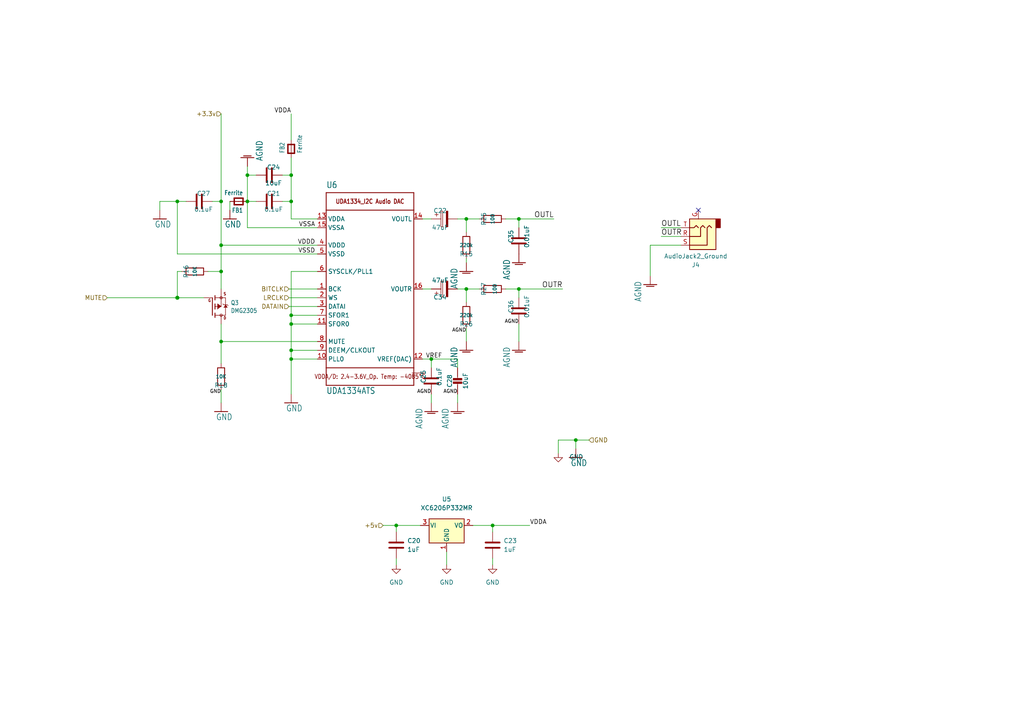
<source format=kicad_sch>
(kicad_sch (version 20210621) (generator eeschema)
  (paper "A4")
  (lib_symbols
    (symbol "Adafruit I2S Audio UDA1334 Bonnet-eagle-import:AGND" (power)
      (property "Value" "AGND" (at -2.54 -5.08 90))
      (symbol "AGND_1_0"
        (polyline (pts (xy -1.905 0) (xy 1.905 0)) (stroke (width 0.254)))
        (polyline (pts (xy -1.0922 -0.508) (xy 1.0922 -0.508)) (stroke (width 0.254)))
        (pin power_in line (at 0 2.54 270) (length 2.54) (name "AGND") (number "1"))
      )
    )
    (symbol "Adafruit I2S Audio UDA1334 Bonnet-eagle-import:AUDIO_I2S_UDA1334__"
      (property "Reference" "U" (at -12.7 29.21 0))
      (property "Value" "AUDIO_I2S_UDA1334__" (at -12.7 -30.48 0))
      (symbol "AUDIO_I2S_UDA1334___1_0"
        (text "UDA1334_I2C Audio DAC" (at 0 25.4 0) (effects (font (size 1.27 1.0795) (thickness 0.2159) bold)))
        (text "VDDA/D: 2.4-3.6V_Op. Temp: -40~{85°C}" (at 0 -25.4 0) (effects (font (size 1.27 1.0795))))
        (polyline (pts (xy -12.7 -27.94) (xy 12.7 -27.94)) (stroke (width 0.254)))
        (polyline (pts (xy -12.7 -22.86) (xy -12.7 -27.94)) (stroke (width 0.254)))
        (polyline (pts (xy -12.7 -22.86) (xy -12.7 22.86)) (stroke (width 0.254)))
        (polyline (pts (xy -12.7 22.86) (xy -12.7 27.94)) (stroke (width 0.254)))
        (polyline (pts (xy -12.7 22.86) (xy 12.7 22.86)) (stroke (width 0.254)))
        (polyline (pts (xy -12.7 27.94) (xy 12.7 27.94)) (stroke (width 0.254)))
        (polyline (pts (xy 12.7 -27.94) (xy 12.7 -22.86)) (stroke (width 0.254)))
        (polyline (pts (xy 12.7 -22.86) (xy -12.7 -22.86)) (stroke (width 0.254)))
        (polyline (pts (xy 12.7 22.86) (xy 12.7 -22.86)) (stroke (width 0.254)))
        (polyline (pts (xy 12.7 27.94) (xy 12.7 22.86)) (stroke (width 0.254)))
        (pin input line (at -15.24 0 0) (length 2.54) (name "BCK") (number "1"))
        (pin input line (at -15.24 -20.32 0) (length 2.54) (name "PLL0") (number "10"))
        (pin input line (at -15.24 -10.16 0) (length 2.54) (name "SFOR0") (number "11"))
        (pin output line (at 15.24 -20.32 180) (length 2.54) (name "VREF(DAC)") (number "12"))
        (pin power_in line (at -15.24 20.32 0) (length 2.54) (name "VDDA") (number "13"))
        (pin output line (at 15.24 20.32 180) (length 2.54) (name "VOUTL") (number "14"))
        (pin power_in line (at -15.24 17.78 0) (length 2.54) (name "VSSA") (number "15"))
        (pin output line (at 15.24 0 180) (length 2.54) (name "VOUTR") (number "16"))
        (pin input line (at -15.24 -2.54 0) (length 2.54) (name "WS") (number "2"))
        (pin input line (at -15.24 -5.08 0) (length 2.54) (name "DATAI") (number "3"))
        (pin power_in line (at -15.24 12.7 0) (length 2.54) (name "VDDD") (number "4"))
        (pin power_in line (at -15.24 10.16 0) (length 2.54) (name "VSSD") (number "5"))
        (pin input line (at -15.24 5.08 0) (length 2.54) (name "SYSCLK/PLL1") (number "6"))
        (pin input line (at -15.24 -7.62 0) (length 2.54) (name "SFOR1") (number "7"))
        (pin input line (at -15.24 -15.24 0) (length 2.54) (name "MUTE") (number "8"))
        (pin bidirectional line (at -15.24 -17.78 0) (length 2.54) (name "DEEM/CLKOUT") (number "9"))
      )
    )
    (symbol "Adafruit I2S Audio UDA1334 Bonnet-eagle-import:CAP_CERAMIC0805-NOOUTLINE"
      (property "Reference" "C" (at -2.29 1.25 90))
      (property "Value" "CAP_CERAMIC0805-NOOUTLINE" (at 2.3 1.25 90))
      (symbol "CAP_CERAMIC0805-NOOUTLINE_1_0"
        (rectangle (start -1.27 0.508) (end 1.27 1.016) (fill (type outline)))
        (rectangle (start -1.27 1.524) (end 1.27 2.032) (fill (type outline)))
        (polyline (pts (xy 0 0.762) (xy 0 0)) (stroke (width 0.1524)))
        (polyline (pts (xy 0 2.54) (xy 0 1.778)) (stroke (width 0.1524)))
        (pin passive line (at 0 5.08 270) (length 2.54) (name "1") (number "1"))
        (pin passive line (at 0 -2.54 90) (length 2.54) (name "2") (number "2"))
      )
    )
    (symbol "Adafruit I2S Audio UDA1334 Bonnet-eagle-import:FERRITE0805"
      (property "Reference" "FB" (at -1.27 1.905 0))
      (property "Value" "FERRITE0805" (at -1.27 -3.175 0))
      (symbol "FERRITE0805_1_0"
        (polyline (pts (xy -1.27 -0.9525) (xy -1.27 0.9525)) (stroke (width 0.4064)))
        (polyline (pts (xy -1.27 0.9525) (xy 1.27 0.9525)) (stroke (width 0.4064)))
        (polyline (pts (xy 1.27 -0.9525) (xy -1.27 -0.9525)) (stroke (width 0.4064)))
        (polyline (pts (xy 1.27 0.9525) (xy 1.27 -0.9525)) (stroke (width 0.4064)))
        (pin passive line (at -2.54 0 0) (length 2.54) (name "P$1") (number "1"))
        (pin passive line (at 2.54 0 180) (length 2.54) (name "P$2") (number "2"))
      )
    )
    (symbol "Adafruit I2S Audio UDA1334 Bonnet-eagle-import:GND" (power)
      (property "Value" "GND" (at -2.54 -2.54 0))
      (symbol "GND_1_0"
        (polyline (pts (xy -1.905 0) (xy 1.905 0)) (stroke (width 0.254)))
        (pin power_in line (at 0 2.54 270) (length 2.54) (name "GND") (number "1"))
      )
    )
    (symbol "Adafruit I2S Audio UDA1334 Bonnet-eagle-import:MOSFET-PWIDE"
      (property "Reference" "Q" (at 2.794 0.381 0))
      (property "Value" "MOSFET-PWIDE" (at 2.794 -1.905 0))
      (symbol "MOSFET-PWIDE_1_0"
        (circle (center 0 -2.54) (radius 0.3592))
        (circle (center 0 2.54) (radius 0.3592))
        (text "D" (at 0.635 -3.81 0) (effects (font (size 0.8128 0.6908)) (justify left bottom)))
        (text "G" (at -3.81 1.27 0) (effects (font (size 0.8128 0.6908)) (justify left bottom)))
        (text "S" (at 0.635 3.175 0) (effects (font (size 0.8128 0.6908)) (justify left bottom)))
        (polyline (pts (xy -2.54 -2.54) (xy -2.54 2.54)) (stroke (width 0.254)))
        (polyline (pts (xy -1.778 -3.175) (xy -1.778 -2.54)) (stroke (width 0.254)))
        (polyline (pts (xy -1.778 -2.54) (xy -1.778 -1.905)) (stroke (width 0.254)))
        (polyline (pts (xy -1.778 -2.54) (xy 1.27 -2.54)) (stroke (width 0.1524)))
        (polyline (pts (xy -1.778 -0.762) (xy -1.778 0)) (stroke (width 0.254)))
        (polyline (pts (xy -1.778 0) (xy -1.778 0.762)) (stroke (width 0.254)))
        (polyline (pts (xy -1.778 0) (xy 0 0)) (stroke (width 0.1524)))
        (polyline (pts (xy -1.778 1.905) (xy -1.778 2.54)) (stroke (width 0.254)))
        (polyline (pts (xy -1.778 2.54) (xy -1.778 3.175)) (stroke (width 0.254)))
        (polyline (pts (xy 0 0) (xy 0 2.54)) (stroke (width 0.1524)))
        (polyline (pts (xy 0 2.54) (xy -1.778 2.54)) (stroke (width 0.1524)))
        (polyline (pts (xy 0 2.54) (xy 1.27 2.54)) (stroke (width 0.1524)))
        (polyline (pts (xy 0.508 0.762) (xy 0.762 0.508)) (stroke (width 0.1524)))
        (polyline (pts (xy 0.762 0.508) (xy 1.27 0.508)) (stroke (width 0.1524)))
        (polyline (pts (xy 1.27 -2.54) (xy 1.27 0.508)) (stroke (width 0.1524)))
        (polyline (pts (xy 1.27 0.508) (xy 1.27 2.54)) (stroke (width 0.1524)))
        (polyline (pts (xy 1.27 0.508) (xy 1.778 0.508)) (stroke (width 0.1524)))
        (polyline (pts (xy 1.778 0.508) (xy 2.032 0.254)) (stroke (width 0.1524)))
        (polyline (pts (xy 0 0) (xy -1.016 0.762) (xy -1.016 -0.762)) (fill (type outline)))
        (polyline (pts (xy 1.27 0.508) (xy 1.778 -0.254) (xy 0.762 -0.254)) (fill (type outline)))
        (pin passive line (at -5.08 2.54 0) (length 2.54) (name "G") (number "1"))
        (pin passive line (at 0 5.08 270) (length 2.54) (name "S") (number "2"))
        (pin passive line (at 0 -5.08 90) (length 2.54) (name "D") (number "3"))
      )
    )
    (symbol "Connector:AudioJack3_Ground"
      (property "Reference" "J" (at 0 8.89 0))
      (property "Value" "AudioJack3_Ground" (at 0 6.35 0))
      (symbol "AudioJack3_Ground_0_1"
        (rectangle (start -5.08 -2.54) (end -6.35 -5.08) (stroke (width 0.254)) (fill (type outline)))
        (rectangle (start 2.54 3.81) (end -5.08 -5.08) (stroke (width 0.254)) (fill (type background)))
        (polyline (pts (xy 0 -2.54) (xy 0.635 -3.175) (xy 1.27 -2.54) (xy 2.54 -2.54)) (stroke (width 0.254)))
        (polyline (pts (xy -1.905 -2.54) (xy -1.27 -3.175) (xy -0.635 -2.54) (xy -0.635 0) (xy 2.54 0)) (stroke (width 0.254)))
        (polyline (pts (xy 2.54 2.54) (xy -2.54 2.54) (xy -2.54 -2.54) (xy -3.175 -3.175) (xy -3.81 -2.54)) (stroke (width 0.254)))
      )
      (symbol "AudioJack3_Ground_1_1"
        (pin passive line (at 0 -7.62 90) (length 2.54) (name "~") (number "G"))
        (pin passive line (at 5.08 0 180) (length 2.54) (name "~") (number "R"))
        (pin passive line (at 5.08 2.54 180) (length 2.54) (name "~") (number "S"))
        (pin passive line (at 5.08 -2.54 180) (length 2.54) (name "~") (number "T"))
      )
    )
    (symbol "Device:C" (pin_numbers hide) (pin_names (offset 0.254))
      (property "Reference" "C" (at 0.635 2.54 0))
      (property "Value" "C" (at 0.635 -2.54 0))
      (symbol "C_0_1"
        (polyline (pts (xy -2.032 -0.762) (xy 2.032 -0.762)) (stroke (width 0.508)))
        (polyline (pts (xy -2.032 0.762) (xy 2.032 0.762)) (stroke (width 0.508)))
      )
      (symbol "C_1_1"
        (pin passive line (at 0 3.81 270) (length 2.794) (name "~") (number "1"))
        (pin passive line (at 0 -3.81 90) (length 2.794) (name "~") (number "2"))
      )
    )
    (symbol "Device:C_Polarized" (pin_numbers hide) (pin_names (offset 0.254))
      (property "Reference" "C" (at 0.635 2.54 0))
      (property "Value" "C_Polarized" (at 0.635 -2.54 0))
      (symbol "C_Polarized_0_1"
        (rectangle (start -2.286 0.508) (end 2.286 1.016))
        (rectangle (start 2.286 -0.508) (end -2.286 -1.016) (fill (type outline)))
        (polyline (pts (xy -1.778 2.286) (xy -0.762 2.286)))
        (polyline (pts (xy -1.27 2.794) (xy -1.27 1.778)))
      )
      (symbol "C_Polarized_1_1"
        (pin passive line (at 0 3.81 270) (length 2.794) (name "~") (number "1"))
        (pin passive line (at 0 -3.81 90) (length 2.794) (name "~") (number "2"))
      )
    )
    (symbol "Device:R" (pin_numbers hide) (pin_names (offset 0))
      (property "Reference" "R" (at 2.032 0 90))
      (property "Value" "R" (at 0 0 90))
      (symbol "R_0_1"
        (rectangle (start -1.016 -2.54) (end 1.016 2.54) (stroke (width 0.254)))
      )
      (symbol "R_1_1"
        (pin passive line (at 0 3.81 270) (length 1.27) (name "~") (number "1"))
        (pin passive line (at 0 -3.81 90) (length 1.27) (name "~") (number "2"))
      )
    )
    (symbol "Regulator_Linear:XC6206PxxxMR" (pin_names (offset 0.254))
      (property "Reference" "U" (at -3.81 3.175 0))
      (property "Value" "XC6206PxxxMR" (at 0 3.175 0))
      (symbol "XC6206PxxxMR_0_1"
        (rectangle (start -5.08 1.905) (end 5.08 -5.08) (stroke (width 0.254)) (fill (type background)))
      )
      (symbol "XC6206PxxxMR_1_1"
        (pin power_in line (at 0 -7.62 90) (length 2.54) (name "GND") (number "1"))
        (pin power_out line (at 7.62 0 180) (length 2.54) (name "VO") (number "2"))
        (pin power_in line (at -7.62 0 0) (length 2.54) (name "VI") (number "3"))
      )
    )
    (symbol "power:GND" (power) (pin_names (offset 0))
      (property "Value" "GND" (at 0 -3.81 0))
      (symbol "GND_0_1"
        (polyline (pts (xy 0 0) (xy 0 -1.27) (xy 1.27 -1.27) (xy 0 -2.54) (xy -1.27 -1.27) (xy 0 -1.27)))
      )
      (symbol "GND_1_1"
        (pin power_in line (at 0 0 270) (length 0) hide (name "GND") (number "1"))
      )
    )
  )
  (junction (at 51.435 58.42) (diameter 0.9144))
  (junction (at 51.435 86.36) (diameter 1.016))
  (junction (at 64.135 58.42) (diameter 0.9144))
  (junction (at 64.135 71.12) (diameter 0.9144))
  (junction (at 64.135 78.74) (diameter 0.9144))
  (junction (at 64.135 99.06) (diameter 0.9144))
  (junction (at 71.755 50.8) (diameter 0.9144))
  (junction (at 71.755 58.42) (diameter 0.9144))
  (junction (at 84.455 50.8) (diameter 0.9144))
  (junction (at 84.455 58.42) (diameter 0.9144))
  (junction (at 84.455 91.44) (diameter 0.9144))
  (junction (at 84.455 93.98) (diameter 0.9144))
  (junction (at 84.455 101.6) (diameter 0.9144))
  (junction (at 84.455 104.14) (diameter 0.9144))
  (junction (at 114.935 152.4) (diameter 0.9144))
  (junction (at 125.095 104.14) (diameter 0.9144))
  (junction (at 135.255 63.5) (diameter 0.9144))
  (junction (at 135.255 83.82) (diameter 0.9144))
  (junction (at 142.875 152.4) (diameter 0.9144))
  (junction (at 150.495 63.5) (diameter 0.9144))
  (junction (at 150.495 83.82) (diameter 0.9144))
  (junction (at 167.005 127.635) (diameter 0.9144))
  (no_connect (at 202.565 60.96))
  (wire (pts (xy 46.355 58.42) (xy 46.355 60.96)))
  (wire (pts (xy 51.435 58.42) (xy 46.355 58.42)))
  (wire (pts (xy 51.435 73.66) (xy 51.435 58.42)))
  (wire (pts (xy 51.435 78.74) (xy 51.435 86.36)))
  (wire (pts (xy 51.435 78.74) (xy 52.705 78.74)))
  (wire (pts (xy 51.435 86.36) (xy 31.115 86.36)))
  (wire (pts (xy 51.435 86.36) (xy 59.055 86.36)))
  (wire (pts (xy 53.975 58.42) (xy 51.435 58.42)))
  (wire (pts (xy 60.325 78.74) (xy 64.135 78.74)))
  (wire (pts (xy 61.595 58.42) (xy 64.135 58.42)))
  (wire (pts (xy 64.135 58.42) (xy 64.135 33.02)))
  (wire (pts (xy 64.135 71.12) (xy 64.135 58.42)))
  (wire (pts (xy 64.135 78.74) (xy 64.135 71.12)))
  (wire (pts (xy 64.135 83.82) (xy 64.135 78.74)))
  (wire (pts (xy 64.135 93.98) (xy 64.135 99.06)))
  (wire (pts (xy 64.135 99.06) (xy 64.135 105.41)))
  (wire (pts (xy 64.135 113.03) (xy 64.135 116.84)))
  (wire (pts (xy 66.675 58.42) (xy 66.675 60.96)))
  (wire (pts (xy 71.755 48.26) (xy 71.755 50.8)))
  (wire (pts (xy 71.755 50.8) (xy 74.295 50.8)))
  (wire (pts (xy 71.755 58.42) (xy 71.755 50.8)))
  (wire (pts (xy 71.755 66.04) (xy 71.755 58.42)))
  (wire (pts (xy 74.295 58.42) (xy 71.755 58.42)))
  (wire (pts (xy 81.915 50.8) (xy 84.455 50.8)))
  (wire (pts (xy 81.915 58.42) (xy 84.455 58.42)))
  (wire (pts (xy 84.455 40.64) (xy 84.455 33.02)))
  (wire (pts (xy 84.455 50.8) (xy 84.455 45.72)))
  (wire (pts (xy 84.455 58.42) (xy 84.455 50.8)))
  (wire (pts (xy 84.455 63.5) (xy 84.455 58.42)))
  (wire (pts (xy 84.455 91.44) (xy 84.455 78.74)))
  (wire (pts (xy 84.455 91.44) (xy 84.455 93.98)))
  (wire (pts (xy 84.455 93.98) (xy 84.455 101.6)))
  (wire (pts (xy 84.455 101.6) (xy 84.455 104.14)))
  (wire (pts (xy 84.455 104.14) (xy 84.455 114.3)))
  (wire (pts (xy 92.075 63.5) (xy 84.455 63.5)))
  (wire (pts (xy 92.075 66.04) (xy 71.755 66.04)))
  (wire (pts (xy 92.075 71.12) (xy 64.135 71.12)))
  (wire (pts (xy 92.075 73.66) (xy 51.435 73.66)))
  (wire (pts (xy 92.075 78.74) (xy 84.455 78.74)))
  (wire (pts (xy 92.075 83.82) (xy 83.82 83.82)))
  (wire (pts (xy 92.075 86.36) (xy 83.82 86.36)))
  (wire (pts (xy 92.075 88.9) (xy 83.82 88.9)))
  (wire (pts (xy 92.075 91.44) (xy 84.455 91.44)))
  (wire (pts (xy 92.075 93.98) (xy 84.455 93.98)))
  (wire (pts (xy 92.075 99.06) (xy 64.135 99.06)))
  (wire (pts (xy 92.075 101.6) (xy 84.455 101.6)))
  (wire (pts (xy 92.075 104.14) (xy 84.455 104.14)))
  (wire (pts (xy 111.125 152.4) (xy 114.935 152.4)))
  (wire (pts (xy 114.935 152.4) (xy 114.935 154.305)))
  (wire (pts (xy 114.935 152.4) (xy 121.92 152.4)))
  (wire (pts (xy 114.935 161.925) (xy 114.935 163.83)))
  (wire (pts (xy 122.555 63.5) (xy 125.095 63.5)))
  (wire (pts (xy 122.555 104.14) (xy 125.095 104.14)))
  (wire (pts (xy 125.095 83.82) (xy 122.555 83.82)))
  (wire (pts (xy 125.095 104.14) (xy 125.095 106.68)))
  (wire (pts (xy 125.095 104.14) (xy 132.715 104.14)))
  (wire (pts (xy 125.095 114.3) (xy 125.095 116.84)))
  (wire (pts (xy 129.54 160.02) (xy 129.54 163.83)))
  (wire (pts (xy 132.715 104.14) (xy 132.715 106.68)))
  (wire (pts (xy 132.715 114.3) (xy 132.715 116.84)))
  (wire (pts (xy 135.255 63.5) (xy 132.715 63.5)))
  (wire (pts (xy 135.255 63.5) (xy 139.065 63.5)))
  (wire (pts (xy 135.255 67.31) (xy 135.255 63.5)))
  (wire (pts (xy 135.255 74.93) (xy 135.255 76.2)))
  (wire (pts (xy 135.255 83.82) (xy 132.715 83.82)))
  (wire (pts (xy 135.255 83.82) (xy 135.255 87.63)))
  (wire (pts (xy 135.255 83.82) (xy 139.065 83.82)))
  (wire (pts (xy 135.255 95.25) (xy 135.255 99.06)))
  (wire (pts (xy 142.875 152.4) (xy 137.16 152.4)))
  (wire (pts (xy 142.875 152.4) (xy 153.67 152.4)))
  (wire (pts (xy 142.875 154.305) (xy 142.875 152.4)))
  (wire (pts (xy 142.875 161.925) (xy 142.875 163.83)))
  (wire (pts (xy 146.685 63.5) (xy 150.495 63.5)))
  (wire (pts (xy 146.685 83.82) (xy 150.495 83.82)))
  (wire (pts (xy 150.495 63.5) (xy 150.495 66.04)))
  (wire (pts (xy 150.495 63.5) (xy 160.655 63.5)))
  (wire (pts (xy 150.495 83.82) (xy 150.495 86.36)))
  (wire (pts (xy 150.495 83.82) (xy 163.195 83.82)))
  (wire (pts (xy 150.495 93.98) (xy 150.495 99.06)))
  (wire (pts (xy 161.925 127.635) (xy 167.005 127.635)))
  (wire (pts (xy 161.925 131.445) (xy 161.925 127.635)))
  (wire (pts (xy 167.005 127.635) (xy 170.815 127.635)))
  (wire (pts (xy 167.005 130.175) (xy 167.005 127.635)))
  (wire (pts (xy 188.595 71.12) (xy 188.595 80.01)))
  (wire (pts (xy 197.485 66.04) (xy 191.77 66.04)))
  (wire (pts (xy 197.485 68.58) (xy 191.77 68.58)))
  (wire (pts (xy 197.485 71.12) (xy 188.595 71.12)))
  (label "GND" (at 64.135 114.3 180) (effects (font (size 1.016 1.016))))
  (label "VDDA" (at 84.455 33.02 180))
  (label "VSSA" (at 91.44 66.04 180))
  (label "VDDD" (at 91.44 71.12 180))
  (label "VSSD" (at 91.44 73.66 180))
  (label "AGND" (at 125.095 114.3 180) (effects (font (size 1.016 1.016))))
  (label "VREF" (at 128.27 104.14 180))
  (label "AGND" (at 132.715 114.3 180) (effects (font (size 1.016 1.016))))
  (label "AGND" (at 135.255 96.52 180) (effects (font (size 1.016 1.016))))
  (label "AGND" (at 150.495 93.98 180) (effects (font (size 1.016 1.016))))
  (label "VDDA" (at 153.67 152.4 0))
  (label "OUTL" (at 160.655 63.5 180) (effects (font (size 1.5113 1.5113))))
  (label "OUTR" (at 163.195 83.82 180) (effects (font (size 1.5113 1.5113))))
  (label "OUTL" (at 191.77 66.04 0) (effects (font (size 1.5113 1.5113))))
  (label "OUTR" (at 191.77 68.58 0) (effects (font (size 1.5113 1.5113))))
  (hierarchical_label "MUTE" (shape input) (at 31.115 86.36 180))
  (hierarchical_label "+3.3v" (shape input) (at 64.135 33.02 180))
  (hierarchical_label "BITCLK" (shape input) (at 83.82 83.82 180))
  (hierarchical_label "LRCLK" (shape input) (at 83.82 86.36 180))
  (hierarchical_label "DATAIN" (shape input) (at 83.82 88.9 180))
  (hierarchical_label "+5v" (shape input) (at 111.125 152.4 180))
  (hierarchical_label "GND" (shape input) (at 170.815 127.635 0))
  (symbol (lib_id "power:GND") (at 114.935 163.83 0) (unit 1)
    (property "Reference" "#PWR0145" (effects hide))
    (property "Value" "GND" (at 114.935 168.91 0))
  )
  (symbol (lib_id "power:GND") (at 129.54 163.83 0) (unit 1)
    (property "Reference" "#PWR0144" (effects hide))
    (property "Value" "GND" (at 129.54 168.91 0))
  )
  (symbol (lib_id "power:GND") (at 142.875 163.83 0) (unit 1)
    (property "Reference" "#PWR0102" (effects hide))
    (property "Value" "GND" (at 142.875 168.91 0))
  )
  (symbol (lib_id "power:GND") (at 161.925 131.445 0) (mirror y) (unit 1)
    (property "Reference" "#PWR0101" (effects hide))
    (property "Value" "GND" (at 165.1 132.5244 0) (effects (justify right)))
  )
  (symbol (lib_id "Adafruit I2S Audio UDA1334 Bonnet-eagle-import:GND") (at 46.355 63.5 0) (unit 1)
    (property "Reference" "#U$0103" (effects hide))
    (property "Value" "GND" (at 44.831 66.04 0) (effects (font (size 1.778 1.5113)) (justify left bottom)))
  )
  (symbol (lib_id "Adafruit I2S Audio UDA1334 Bonnet-eagle-import:GND") (at 64.135 119.38 0) (unit 1)
    (property "Reference" "#U$0101" (effects hide))
    (property "Value" "GND" (at 62.611 121.92 0) (effects (font (size 1.778 1.5113)) (justify left bottom)))
  )
  (symbol (lib_id "Adafruit I2S Audio UDA1334 Bonnet-eagle-import:GND") (at 66.675 63.5 0) (unit 1)
    (property "Reference" "#U$0102" (effects hide))
    (property "Value" "GND" (at 65.151 66.04 0) (effects (font (size 1.778 1.5113)) (justify left bottom)))
  )
  (symbol (lib_id "Adafruit I2S Audio UDA1334 Bonnet-eagle-import:GND") (at 84.455 116.84 0) (unit 1)
    (property "Reference" "#U$0104" (effects hide))
    (property "Value" "GND" (at 82.931 119.38 0) (effects (font (size 1.778 1.5113)) (justify left bottom)))
  )
  (symbol (lib_id "Adafruit I2S Audio UDA1334 Bonnet-eagle-import:GND") (at 167.005 132.715 0) (unit 1)
    (property "Reference" "#U$0108" (effects hide))
    (property "Value" "GND" (at 165.481 135.255 0) (effects (font (size 1.778 1.5113)) (justify left bottom)))
  )
  (symbol (lib_id "Adafruit I2S Audio UDA1334 Bonnet-eagle-import:FERRITE0805") (at 69.215 58.42 180) (unit 1)
    (property "Reference" "FB1" (at 70.485 60.325 0) (effects (font (size 1.27 1.0795)) (justify left bottom)))
    (property "Value" "Ferrite" (at 70.485 55.245 0) (effects (font (size 1.27 1.0795)) (justify left bottom)))
    (property "Footprint" "Resistor_SMD:R_0805_2012Metric" (effects hide))
    (property "LCSC" "C1017" (effects hide))
  )
  (symbol (lib_id "Adafruit I2S Audio UDA1334 Bonnet-eagle-import:FERRITE0805") (at 84.455 43.18 90) (unit 1)
    (property "Reference" "FB2" (at 82.55 44.45 0) (effects (font (size 1.27 1.0795)) (justify left bottom)))
    (property "Value" "Ferrite" (at 87.63 44.45 0) (effects (font (size 1.27 1.0795)) (justify left bottom)))
    (property "Footprint" "Resistor_SMD:R_0805_2012Metric" (effects hide))
    (property "LCSC" "C1017" (effects hide))
  )
  (symbol (lib_id "Adafruit I2S Audio UDA1334 Bonnet-eagle-import:AGND") (at 71.755 45.72 180) (unit 1)
    (property "Reference" "#AGND0108" (effects hide))
    (property "Value" "AGND" (at 74.295 40.64 90) (effects (font (size 1.778 1.5113)) (justify left bottom)))
  )
  (symbol (lib_id "Adafruit I2S Audio UDA1334 Bonnet-eagle-import:AGND") (at 125.095 119.38 0) (unit 1)
    (property "Reference" "#AGND0101" (effects hide))
    (property "Value" "AGND" (at 122.555 124.46 90) (effects (font (size 1.778 1.5113)) (justify left bottom)))
  )
  (symbol (lib_id "Adafruit I2S Audio UDA1334 Bonnet-eagle-import:AGND") (at 132.715 119.38 0) (unit 1)
    (property "Reference" "#AGND0103" (effects hide))
    (property "Value" "AGND" (at 130.175 124.46 90) (effects (font (size 1.778 1.5113)) (justify left bottom)))
  )
  (symbol (lib_id "Adafruit I2S Audio UDA1334 Bonnet-eagle-import:AGND") (at 135.255 78.74 0) (unit 1)
    (property "Reference" "#AGND0106" (effects hide))
    (property "Value" "AGND" (at 132.715 83.82 90) (effects (font (size 1.778 1.5113)) (justify left bottom)))
  )
  (symbol (lib_id "Adafruit I2S Audio UDA1334 Bonnet-eagle-import:AGND") (at 135.255 101.6 0) (unit 1)
    (property "Reference" "#AGND0102" (effects hide))
    (property "Value" "AGND" (at 132.715 106.68 90) (effects (font (size 1.778 1.5113)) (justify left bottom)))
  )
  (symbol (lib_id "Adafruit I2S Audio UDA1334 Bonnet-eagle-import:AGND") (at 150.495 76.2 0) (unit 1)
    (property "Reference" "#AGND0105" (effects hide))
    (property "Value" "AGND" (at 147.955 81.28 90) (effects (font (size 1.778 1.5113)) (justify left bottom)))
  )
  (symbol (lib_id "Adafruit I2S Audio UDA1334 Bonnet-eagle-import:AGND") (at 150.495 101.6 0) (unit 1)
    (property "Reference" "#AGND0104" (effects hide))
    (property "Value" "AGND" (at 147.955 106.68 90) (effects (font (size 1.778 1.5113)) (justify left bottom)))
  )
  (symbol (lib_id "Adafruit I2S Audio UDA1334 Bonnet-eagle-import:AGND") (at 188.595 82.55 0) (unit 1)
    (property "Reference" "#AGND0107" (effects hide))
    (property "Value" "AGND" (at 186.055 87.63 90) (effects (font (size 1.778 1.5113)) (justify left bottom)))
  )
  (symbol (lib_id "Device:R") (at 56.515 78.74 90) (unit 1)
    (property "Reference" "R16" (at 53.975 78.74 0))
    (property "Value" "10K" (at 56.515 78.74 0) (effects (font (size 1.016 1.016) bold)))
    (property "Footprint" "Resistor_SMD:R_0603_1608Metric" (effects hide))
    (property "LCSC" "C25804" (effects hide))
  )
  (symbol (lib_id "Device:R") (at 64.135 109.22 180) (unit 1)
    (property "Reference" "R18" (at 64.135 111.76 0))
    (property "Value" "10K" (at 64.135 109.22 0) (effects (font (size 1.016 1.016) bold)))
    (property "Footprint" "Resistor_SMD:R_0603_1608Metric" (effects hide))
    (property "LCSC" "C25804" (effects hide))
  )
  (symbol (lib_id "Device:R") (at 135.255 71.12 180) (unit 1)
    (property "Reference" "R15" (at 135.255 73.66 0))
    (property "Value" "220k" (at 135.255 71.12 0) (effects (font (size 1.016 1.016) bold)))
    (property "Footprint" "Resistor_SMD:R_0805_2012Metric" (effects hide))
    (property "LCSC" "C17521" (effects hide))
  )
  (symbol (lib_id "Device:R") (at 135.255 91.44 180) (unit 1)
    (property "Reference" "R26" (at 135.255 93.98 0))
    (property "Value" "220k" (at 135.255 91.44 0) (effects (font (size 1.016 1.016) bold)))
    (property "Footprint" "Resistor_SMD:R_0805_2012Metric" (effects hide))
    (property "LCSC" "C17521" (effects hide))
  )
  (symbol (lib_id "Device:R") (at 142.875 63.5 90) (unit 1)
    (property "Reference" "R25" (at 140.335 63.5 0))
    (property "Value" "100" (at 142.875 63.5 0) (effects (font (size 1.016 1.016) bold)))
    (property "Footprint" "Resistor_SMD:R_0603_1608Metric" (effects hide))
    (property "LCSC" "C22775" (effects hide))
  )
  (symbol (lib_id "Device:R") (at 142.875 83.82 90) (unit 1)
    (property "Reference" "R27" (at 140.335 83.82 0))
    (property "Value" "100" (at 143.51 83.82 0) (effects (font (size 1.016 1.016) bold)))
    (property "Footprint" "Resistor_SMD:R_0603_1608Metric" (effects hide))
    (property "LCSC" "C22775" (effects hide))
  )
  (symbol (lib_id "Adafruit I2S Audio UDA1334 Bonnet-eagle-import:CAP_CERAMIC0805-NOOUTLINE") (at 132.715 111.76 0) (unit 1)
    (property "Reference" "C28" (at 130.425 110.51 90))
    (property "Value" "10uF" (at 135.015 110.51 90))
    (property "Footprint" "Capacitor_SMD:C_0805_2012Metric" (effects hide))
    (property "LCSC" "C15850" (effects hide))
    (property "Field4" "Digikey" (effects hide))
    (property "Field6" "GRM21BR71A106KA73L" (effects hide))
  )
  (symbol (lib_id "Device:C") (at 57.785 58.42 270) (unit 1)
    (property "Reference" "C27" (at 59.035 56.13 90))
    (property "Value" "0.1uF" (at 59.035 60.72 90))
    (property "Footprint" "Capacitor_SMD:C_0603_1608Metric" (effects hide))
    (property "LCSC" "C14663" (effects hide))
  )
  (symbol (lib_id "Device:C") (at 78.105 50.8 270) (unit 1)
    (property "Reference" "C24" (at 79.355 48.51 90))
    (property "Value" "10uF" (at 79.355 53.1 90))
    (property "Footprint" "Capacitor_SMD:C_0805_2012Metric" (effects hide))
    (property "LCSC" "C15850" (effects hide))
    (property "Field4" "Digikey" (effects hide))
    (property "Field6" "GRM21BR71A106KA73L" (effects hide))
  )
  (symbol (lib_id "Device:C") (at 78.105 58.42 270) (unit 1)
    (property "Reference" "C21" (at 79.355 56.13 90))
    (property "Value" "0.1uF" (at 79.355 60.72 90))
    (property "Footprint" "Capacitor_SMD:C_0603_1608Metric" (effects hide))
    (property "LCSC" "C14663" (effects hide))
  )
  (symbol (lib_id "Device:C") (at 114.935 158.115 0) (mirror y) (unit 1)
    (property "Reference" "C20" (at 118.11 156.8449 0) (effects (justify right)))
    (property "Value" "1uF" (at 118.11 159.3849 0) (effects (justify right)))
    (property "Footprint" "Capacitor_SMD:C_0805_2012Metric_Pad1.18x1.45mm_HandSolder" (effects hide))
    (property "LCSC" "C28323" (effects hide))
  )
  (symbol (lib_id "Device:C") (at 125.095 110.49 0) (unit 1)
    (property "Reference" "C25" (at 122.805 109.24 90))
    (property "Value" "0.1uF" (at 127.395 109.24 90))
    (property "Footprint" "Capacitor_SMD:C_0603_1608Metric" (effects hide))
    (property "LCSC" "C14663" (effects hide))
  )
  (symbol (lib_id "Device:C_Polarized") (at 128.905 63.5 90) (mirror x) (unit 1)
    (property "Reference" "C22" (at 127.655 61.11 90))
    (property "Value" "47uF" (at 127.655 66 90))
    (property "Footprint" "Capacitor_SMD:CP_Elec_6.3x7.7" (effects hide))
    (property "LCSC" "C164078" (effects hide))
    (property "Mouser" "647-UCD1H470MCL1GS" (effects hide))
  )
  (symbol (lib_id "Device:C_Polarized") (at 128.905 83.82 90) (unit 1)
    (property "Reference" "C34" (at 127.655 86.21 90))
    (property "Value" "47uF" (at 127.655 81.32 90))
    (property "Footprint" "Capacitor_SMD:CP_Elec_6.3x7.7" (effects hide))
    (property "LCSC" "C164078" (effects hide))
    (property "Mouser" "647-UCD1H470MCL1GS" (effects hide))
  )
  (symbol (lib_id "Device:C") (at 142.875 158.115 0) (unit 1)
    (property "Reference" "C23" (at 146.05 156.8449 0) (effects (justify left)))
    (property "Value" "1uF" (at 146.05 159.3849 0) (effects (justify left)))
    (property "Footprint" "Capacitor_SMD:C_0805_2012Metric_Pad1.18x1.45mm_HandSolder" (effects hide))
    (property "LCSC" "C28323" (effects hide))
  )
  (symbol (lib_id "Device:C") (at 150.495 69.85 0) (unit 1)
    (property "Reference" "C35" (at 148.205 68.6 90))
    (property "Value" "0.01uF" (at 152.795 68.6 90))
    (property "Footprint" "Capacitor_SMD:C_0603_1608Metric" (effects hide))
    (property "LCSC" "C57112" (effects hide))
  )
  (symbol (lib_id "Device:C") (at 150.495 90.17 0) (unit 1)
    (property "Reference" "C36" (at 148.205 88.92 90))
    (property "Value" "0.01uF" (at 152.795 88.92 90))
    (property "Footprint" "Capacitor_SMD:C_0603_1608Metric" (effects hide))
    (property "LCSC" "C57112" (effects hide))
  )
  (symbol (lib_id "Adafruit I2S Audio UDA1334 Bonnet-eagle-import:MOSFET-PWIDE") (at 64.135 88.9 0) (unit 1)
    (property "Reference" "Q3" (at 66.929 88.519 0) (effects (font (size 1.27 1.0795)) (justify left bottom)))
    (property "Value" "DMG2305" (at 66.929 90.805 0) (effects (font (size 1.27 1.0795)) (justify left bottom)))
    (property "Footprint" "Package_TO_SOT_SMD:SOT-23" (effects hide))
    (property "Datasheet" "https://datasheet.lcsc.com/szlcsc/Diodes-Incorporated-DMG2305UX-13_C144153.pdf" (effects hide))
    (property "LCSC" "C144153" (effects hide))
    (property "Mouser" "621-DMG2305UX-7" (effects hide))
  )
  (symbol (lib_id "Connector:AudioJack3_Ground") (at 202.565 68.58 180) (unit 1)
    (property "Reference" "J4" (at 201.803 76.835 0))
    (property "Value" "AudioJack2_Ground" (at 201.803 74.295 0))
    (property "Footprint" "Connector_Audio:Jack_3.5mm_CUI_SJ-3524-SMT_Horizontal" (effects hide))
    (property "Mouser" "490-SJ3524-SMT-TR-GR" (effects hide))
  )
  (symbol (lib_id "Regulator_Linear:XC6206PxxxMR") (at 129.54 152.4 0) (unit 1)
    (property "Reference" "U5" (at 129.54 144.78 0))
    (property "Value" "XC6206P332MR" (at 129.54 147.32 0))
    (property "Footprint" "Package_TO_SOT_SMD:SOT-23" (effects hide))
    (property "Datasheet" "https://www.torexsemi.com/file/xc6206/XC6206.pdf" (effects hide))
    (property "LCSC" "C5446" (effects hide))
  )
  (symbol (lib_id "Adafruit I2S Audio UDA1334 Bonnet-eagle-import:AUDIO_I2S_UDA1334__") (at 107.315 83.82 0) (unit 1)
    (property "Reference" "U6" (at 94.615 54.61 0) (effects (font (size 1.778 1.5113)) (justify left bottom)))
    (property "Value" "UDA1334ATS" (at 94.615 114.3 0) (effects (font (size 1.778 1.5113)) (justify left bottom)))
    (property "Footprint" "Package_SO:SSOP-16_4.4x5.2mm_P0.65mm" (effects hide))
    (property "LCSC" "C494494" (effects hide))
  )
)
</source>
